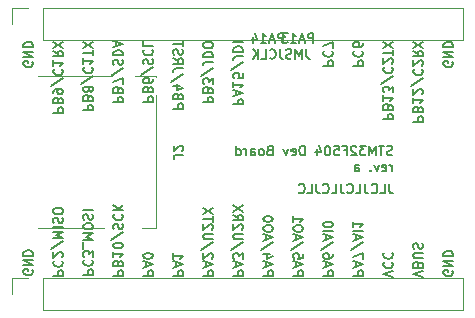
<source format=gbr>
%TF.GenerationSoftware,KiCad,Pcbnew,5.1.6+dfsg1-1*%
%TF.CreationDate,2020-06-20T18:18:21+08:00*%
%TF.ProjectId,stm32dev,73746d33-3264-4657-962e-6b696361645f,a*%
%TF.SameCoordinates,Original*%
%TF.FileFunction,Legend,Bot*%
%TF.FilePolarity,Positive*%
%FSLAX46Y46*%
G04 Gerber Fmt 4.6, Leading zero omitted, Abs format (unit mm)*
G04 Created by KiCad (PCBNEW 5.1.6+dfsg1-1) date 2020-06-20 18:18:21*
%MOMM*%
%LPD*%
G01*
G04 APERTURE LIST*
%ADD10C,0.150000*%
%ADD11C,0.120000*%
G04 APERTURE END LIST*
D10*
X167758452Y-99891904D02*
X167758452Y-100463333D01*
X167796547Y-100577619D01*
X167872738Y-100653809D01*
X167987023Y-100691904D01*
X168063214Y-100691904D01*
X166996547Y-100691904D02*
X167377500Y-100691904D01*
X167377500Y-99891904D01*
X166272738Y-100615714D02*
X166310833Y-100653809D01*
X166425119Y-100691904D01*
X166501309Y-100691904D01*
X166615595Y-100653809D01*
X166691785Y-100577619D01*
X166729880Y-100501428D01*
X166767976Y-100349047D01*
X166767976Y-100234761D01*
X166729880Y-100082380D01*
X166691785Y-100006190D01*
X166615595Y-99930000D01*
X166501309Y-99891904D01*
X166425119Y-99891904D01*
X166310833Y-99930000D01*
X166272738Y-99968095D01*
X165701309Y-99891904D02*
X165701309Y-100463333D01*
X165739404Y-100577619D01*
X165815595Y-100653809D01*
X165929880Y-100691904D01*
X166006071Y-100691904D01*
X164939404Y-100691904D02*
X165320357Y-100691904D01*
X165320357Y-99891904D01*
X164215595Y-100615714D02*
X164253690Y-100653809D01*
X164367976Y-100691904D01*
X164444166Y-100691904D01*
X164558452Y-100653809D01*
X164634642Y-100577619D01*
X164672738Y-100501428D01*
X164710833Y-100349047D01*
X164710833Y-100234761D01*
X164672738Y-100082380D01*
X164634642Y-100006190D01*
X164558452Y-99930000D01*
X164444166Y-99891904D01*
X164367976Y-99891904D01*
X164253690Y-99930000D01*
X164215595Y-99968095D01*
X163644166Y-99891904D02*
X163644166Y-100463333D01*
X163682261Y-100577619D01*
X163758452Y-100653809D01*
X163872738Y-100691904D01*
X163948928Y-100691904D01*
X162882261Y-100691904D02*
X163263214Y-100691904D01*
X163263214Y-99891904D01*
X162158452Y-100615714D02*
X162196547Y-100653809D01*
X162310833Y-100691904D01*
X162387023Y-100691904D01*
X162501309Y-100653809D01*
X162577500Y-100577619D01*
X162615595Y-100501428D01*
X162653690Y-100349047D01*
X162653690Y-100234761D01*
X162615595Y-100082380D01*
X162577500Y-100006190D01*
X162501309Y-99930000D01*
X162387023Y-99891904D01*
X162310833Y-99891904D01*
X162196547Y-99930000D01*
X162158452Y-99968095D01*
X161587023Y-99891904D02*
X161587023Y-100463333D01*
X161625119Y-100577619D01*
X161701309Y-100653809D01*
X161815595Y-100691904D01*
X161891785Y-100691904D01*
X160825119Y-100691904D02*
X161206071Y-100691904D01*
X161206071Y-99891904D01*
X160101309Y-100615714D02*
X160139404Y-100653809D01*
X160253690Y-100691904D01*
X160329880Y-100691904D01*
X160444166Y-100653809D01*
X160520357Y-100577619D01*
X160558452Y-100501428D01*
X160596547Y-100349047D01*
X160596547Y-100234761D01*
X160558452Y-100082380D01*
X160520357Y-100006190D01*
X160444166Y-99930000D01*
X160329880Y-99891904D01*
X160253690Y-99891904D01*
X160139404Y-99930000D01*
X160101309Y-99968095D01*
X168025119Y-97438809D02*
X167910833Y-97476904D01*
X167720357Y-97476904D01*
X167644166Y-97438809D01*
X167606071Y-97400714D01*
X167567976Y-97324523D01*
X167567976Y-97248333D01*
X167606071Y-97172142D01*
X167644166Y-97134047D01*
X167720357Y-97095952D01*
X167872738Y-97057857D01*
X167948928Y-97019761D01*
X167987023Y-96981666D01*
X168025119Y-96905476D01*
X168025119Y-96829285D01*
X167987023Y-96753095D01*
X167948928Y-96715000D01*
X167872738Y-96676904D01*
X167682261Y-96676904D01*
X167567976Y-96715000D01*
X167339404Y-96676904D02*
X166882261Y-96676904D01*
X167110833Y-97476904D02*
X167110833Y-96676904D01*
X166615595Y-97476904D02*
X166615595Y-96676904D01*
X166348928Y-97248333D01*
X166082261Y-96676904D01*
X166082261Y-97476904D01*
X165777500Y-96676904D02*
X165282261Y-96676904D01*
X165548928Y-96981666D01*
X165434642Y-96981666D01*
X165358452Y-97019761D01*
X165320357Y-97057857D01*
X165282261Y-97134047D01*
X165282261Y-97324523D01*
X165320357Y-97400714D01*
X165358452Y-97438809D01*
X165434642Y-97476904D01*
X165663214Y-97476904D01*
X165739404Y-97438809D01*
X165777500Y-97400714D01*
X164977500Y-96753095D02*
X164939404Y-96715000D01*
X164863214Y-96676904D01*
X164672738Y-96676904D01*
X164596547Y-96715000D01*
X164558452Y-96753095D01*
X164520357Y-96829285D01*
X164520357Y-96905476D01*
X164558452Y-97019761D01*
X165015595Y-97476904D01*
X164520357Y-97476904D01*
X163910833Y-97057857D02*
X164177500Y-97057857D01*
X164177500Y-97476904D02*
X164177500Y-96676904D01*
X163796547Y-96676904D01*
X163110833Y-96676904D02*
X163491785Y-96676904D01*
X163529880Y-97057857D01*
X163491785Y-97019761D01*
X163415595Y-96981666D01*
X163225119Y-96981666D01*
X163148928Y-97019761D01*
X163110833Y-97057857D01*
X163072738Y-97134047D01*
X163072738Y-97324523D01*
X163110833Y-97400714D01*
X163148928Y-97438809D01*
X163225119Y-97476904D01*
X163415595Y-97476904D01*
X163491785Y-97438809D01*
X163529880Y-97400714D01*
X162577500Y-96676904D02*
X162501309Y-96676904D01*
X162425119Y-96715000D01*
X162387023Y-96753095D01*
X162348928Y-96829285D01*
X162310833Y-96981666D01*
X162310833Y-97172142D01*
X162348928Y-97324523D01*
X162387023Y-97400714D01*
X162425119Y-97438809D01*
X162501309Y-97476904D01*
X162577500Y-97476904D01*
X162653690Y-97438809D01*
X162691785Y-97400714D01*
X162729880Y-97324523D01*
X162767976Y-97172142D01*
X162767976Y-96981666D01*
X162729880Y-96829285D01*
X162691785Y-96753095D01*
X162653690Y-96715000D01*
X162577500Y-96676904D01*
X161625119Y-96943571D02*
X161625119Y-97476904D01*
X161815595Y-96638809D02*
X162006071Y-97210238D01*
X161510833Y-97210238D01*
X160596547Y-97476904D02*
X160596547Y-96676904D01*
X160406071Y-96676904D01*
X160291785Y-96715000D01*
X160215595Y-96791190D01*
X160177500Y-96867380D01*
X160139404Y-97019761D01*
X160139404Y-97134047D01*
X160177500Y-97286428D01*
X160215595Y-97362619D01*
X160291785Y-97438809D01*
X160406071Y-97476904D01*
X160596547Y-97476904D01*
X159491785Y-97438809D02*
X159567976Y-97476904D01*
X159720357Y-97476904D01*
X159796547Y-97438809D01*
X159834642Y-97362619D01*
X159834642Y-97057857D01*
X159796547Y-96981666D01*
X159720357Y-96943571D01*
X159567976Y-96943571D01*
X159491785Y-96981666D01*
X159453690Y-97057857D01*
X159453690Y-97134047D01*
X159834642Y-97210238D01*
X159187023Y-96943571D02*
X158996547Y-97476904D01*
X158806071Y-96943571D01*
X157625119Y-97057857D02*
X157510833Y-97095952D01*
X157472738Y-97134047D01*
X157434642Y-97210238D01*
X157434642Y-97324523D01*
X157472738Y-97400714D01*
X157510833Y-97438809D01*
X157587023Y-97476904D01*
X157891785Y-97476904D01*
X157891785Y-96676904D01*
X157625119Y-96676904D01*
X157548928Y-96715000D01*
X157510833Y-96753095D01*
X157472738Y-96829285D01*
X157472738Y-96905476D01*
X157510833Y-96981666D01*
X157548928Y-97019761D01*
X157625119Y-97057857D01*
X157891785Y-97057857D01*
X156977500Y-97476904D02*
X157053690Y-97438809D01*
X157091785Y-97400714D01*
X157129880Y-97324523D01*
X157129880Y-97095952D01*
X157091785Y-97019761D01*
X157053690Y-96981666D01*
X156977500Y-96943571D01*
X156863214Y-96943571D01*
X156787023Y-96981666D01*
X156748928Y-97019761D01*
X156710833Y-97095952D01*
X156710833Y-97324523D01*
X156748928Y-97400714D01*
X156787023Y-97438809D01*
X156863214Y-97476904D01*
X156977500Y-97476904D01*
X156025119Y-97476904D02*
X156025119Y-97057857D01*
X156063214Y-96981666D01*
X156139404Y-96943571D01*
X156291785Y-96943571D01*
X156367976Y-96981666D01*
X156025119Y-97438809D02*
X156101309Y-97476904D01*
X156291785Y-97476904D01*
X156367976Y-97438809D01*
X156406071Y-97362619D01*
X156406071Y-97286428D01*
X156367976Y-97210238D01*
X156291785Y-97172142D01*
X156101309Y-97172142D01*
X156025119Y-97134047D01*
X155644166Y-97476904D02*
X155644166Y-96943571D01*
X155644166Y-97095952D02*
X155606071Y-97019761D01*
X155567976Y-96981666D01*
X155491785Y-96943571D01*
X155415595Y-96943571D01*
X154806071Y-97476904D02*
X154806071Y-96676904D01*
X154806071Y-97438809D02*
X154882261Y-97476904D01*
X155034642Y-97476904D01*
X155110833Y-97438809D01*
X155148928Y-97400714D01*
X155187023Y-97324523D01*
X155187023Y-97095952D01*
X155148928Y-97019761D01*
X155110833Y-96981666D01*
X155034642Y-96943571D01*
X154882261Y-96943571D01*
X154806071Y-96981666D01*
X167987023Y-98826904D02*
X167987023Y-98293571D01*
X167987023Y-98445952D02*
X167948928Y-98369761D01*
X167910833Y-98331666D01*
X167834642Y-98293571D01*
X167758452Y-98293571D01*
X167187023Y-98788809D02*
X167263214Y-98826904D01*
X167415595Y-98826904D01*
X167491785Y-98788809D01*
X167529880Y-98712619D01*
X167529880Y-98407857D01*
X167491785Y-98331666D01*
X167415595Y-98293571D01*
X167263214Y-98293571D01*
X167187023Y-98331666D01*
X167148928Y-98407857D01*
X167148928Y-98484047D01*
X167529880Y-98560238D01*
X166882261Y-98293571D02*
X166691785Y-98826904D01*
X166501309Y-98293571D01*
X166196547Y-98750714D02*
X166158452Y-98788809D01*
X166196547Y-98826904D01*
X166234642Y-98788809D01*
X166196547Y-98750714D01*
X166196547Y-98826904D01*
X164863214Y-98826904D02*
X164863214Y-98407857D01*
X164901309Y-98331666D01*
X164977500Y-98293571D01*
X165129880Y-98293571D01*
X165206071Y-98331666D01*
X164863214Y-98788809D02*
X164939404Y-98826904D01*
X165129880Y-98826904D01*
X165206071Y-98788809D01*
X165244166Y-98712619D01*
X165244166Y-98636428D01*
X165206071Y-98560238D01*
X165129880Y-98522142D01*
X164939404Y-98522142D01*
X164863214Y-98484047D01*
X137560000Y-89556071D02*
X137598095Y-89632261D01*
X137598095Y-89746547D01*
X137560000Y-89860833D01*
X137483809Y-89937023D01*
X137407619Y-89975119D01*
X137255238Y-90013214D01*
X137140952Y-90013214D01*
X136988571Y-89975119D01*
X136912380Y-89937023D01*
X136836190Y-89860833D01*
X136798095Y-89746547D01*
X136798095Y-89670357D01*
X136836190Y-89556071D01*
X136874285Y-89517976D01*
X137140952Y-89517976D01*
X137140952Y-89670357D01*
X136798095Y-89175119D02*
X137598095Y-89175119D01*
X136798095Y-88717976D01*
X137598095Y-88717976D01*
X136798095Y-88337023D02*
X137598095Y-88337023D01*
X137598095Y-88146547D01*
X137560000Y-88032261D01*
X137483809Y-87956071D01*
X137407619Y-87917976D01*
X137255238Y-87879880D01*
X137140952Y-87879880D01*
X136988571Y-87917976D01*
X136912380Y-87956071D01*
X136836190Y-88032261D01*
X136798095Y-88146547D01*
X136798095Y-88337023D01*
X139338095Y-93860833D02*
X140138095Y-93860833D01*
X140138095Y-93556071D01*
X140100000Y-93479880D01*
X140061904Y-93441785D01*
X139985714Y-93403690D01*
X139871428Y-93403690D01*
X139795238Y-93441785D01*
X139757142Y-93479880D01*
X139719047Y-93556071D01*
X139719047Y-93860833D01*
X139757142Y-92794166D02*
X139719047Y-92679880D01*
X139680952Y-92641785D01*
X139604761Y-92603690D01*
X139490476Y-92603690D01*
X139414285Y-92641785D01*
X139376190Y-92679880D01*
X139338095Y-92756071D01*
X139338095Y-93060833D01*
X140138095Y-93060833D01*
X140138095Y-92794166D01*
X140100000Y-92717976D01*
X140061904Y-92679880D01*
X139985714Y-92641785D01*
X139909523Y-92641785D01*
X139833333Y-92679880D01*
X139795238Y-92717976D01*
X139757142Y-92794166D01*
X139757142Y-93060833D01*
X139338095Y-92222738D02*
X139338095Y-92070357D01*
X139376190Y-91994166D01*
X139414285Y-91956071D01*
X139528571Y-91879880D01*
X139680952Y-91841785D01*
X139985714Y-91841785D01*
X140061904Y-91879880D01*
X140100000Y-91917976D01*
X140138095Y-91994166D01*
X140138095Y-92146547D01*
X140100000Y-92222738D01*
X140061904Y-92260833D01*
X139985714Y-92298928D01*
X139795238Y-92298928D01*
X139719047Y-92260833D01*
X139680952Y-92222738D01*
X139642857Y-92146547D01*
X139642857Y-91994166D01*
X139680952Y-91917976D01*
X139719047Y-91879880D01*
X139795238Y-91841785D01*
X140176190Y-90927500D02*
X139147619Y-91613214D01*
X139414285Y-90203690D02*
X139376190Y-90241785D01*
X139338095Y-90356071D01*
X139338095Y-90432261D01*
X139376190Y-90546547D01*
X139452380Y-90622738D01*
X139528571Y-90660833D01*
X139680952Y-90698928D01*
X139795238Y-90698928D01*
X139947619Y-90660833D01*
X140023809Y-90622738D01*
X140100000Y-90546547D01*
X140138095Y-90432261D01*
X140138095Y-90356071D01*
X140100000Y-90241785D01*
X140061904Y-90203690D01*
X139338095Y-89441785D02*
X139338095Y-89898928D01*
X139338095Y-89670357D02*
X140138095Y-89670357D01*
X140023809Y-89746547D01*
X139947619Y-89822738D01*
X139909523Y-89898928D01*
X139338095Y-88641785D02*
X139719047Y-88908452D01*
X139338095Y-89098928D02*
X140138095Y-89098928D01*
X140138095Y-88794166D01*
X140100000Y-88717976D01*
X140061904Y-88679880D01*
X139985714Y-88641785D01*
X139871428Y-88641785D01*
X139795238Y-88679880D01*
X139757142Y-88717976D01*
X139719047Y-88794166D01*
X139719047Y-89098928D01*
X140138095Y-88375119D02*
X139338095Y-87841785D01*
X140138095Y-87841785D02*
X139338095Y-88375119D01*
X141878095Y-93670357D02*
X142678095Y-93670357D01*
X142678095Y-93365595D01*
X142640000Y-93289404D01*
X142601904Y-93251309D01*
X142525714Y-93213214D01*
X142411428Y-93213214D01*
X142335238Y-93251309D01*
X142297142Y-93289404D01*
X142259047Y-93365595D01*
X142259047Y-93670357D01*
X142297142Y-92603690D02*
X142259047Y-92489404D01*
X142220952Y-92451309D01*
X142144761Y-92413214D01*
X142030476Y-92413214D01*
X141954285Y-92451309D01*
X141916190Y-92489404D01*
X141878095Y-92565595D01*
X141878095Y-92870357D01*
X142678095Y-92870357D01*
X142678095Y-92603690D01*
X142640000Y-92527500D01*
X142601904Y-92489404D01*
X142525714Y-92451309D01*
X142449523Y-92451309D01*
X142373333Y-92489404D01*
X142335238Y-92527500D01*
X142297142Y-92603690D01*
X142297142Y-92870357D01*
X142335238Y-91956071D02*
X142373333Y-92032261D01*
X142411428Y-92070357D01*
X142487619Y-92108452D01*
X142525714Y-92108452D01*
X142601904Y-92070357D01*
X142640000Y-92032261D01*
X142678095Y-91956071D01*
X142678095Y-91803690D01*
X142640000Y-91727500D01*
X142601904Y-91689404D01*
X142525714Y-91651309D01*
X142487619Y-91651309D01*
X142411428Y-91689404D01*
X142373333Y-91727500D01*
X142335238Y-91803690D01*
X142335238Y-91956071D01*
X142297142Y-92032261D01*
X142259047Y-92070357D01*
X142182857Y-92108452D01*
X142030476Y-92108452D01*
X141954285Y-92070357D01*
X141916190Y-92032261D01*
X141878095Y-91956071D01*
X141878095Y-91803690D01*
X141916190Y-91727500D01*
X141954285Y-91689404D01*
X142030476Y-91651309D01*
X142182857Y-91651309D01*
X142259047Y-91689404D01*
X142297142Y-91727500D01*
X142335238Y-91803690D01*
X142716190Y-90737023D02*
X141687619Y-91422738D01*
X141954285Y-90013214D02*
X141916190Y-90051309D01*
X141878095Y-90165595D01*
X141878095Y-90241785D01*
X141916190Y-90356071D01*
X141992380Y-90432261D01*
X142068571Y-90470357D01*
X142220952Y-90508452D01*
X142335238Y-90508452D01*
X142487619Y-90470357D01*
X142563809Y-90432261D01*
X142640000Y-90356071D01*
X142678095Y-90241785D01*
X142678095Y-90165595D01*
X142640000Y-90051309D01*
X142601904Y-90013214D01*
X141878095Y-89251309D02*
X141878095Y-89708452D01*
X141878095Y-89479880D02*
X142678095Y-89479880D01*
X142563809Y-89556071D01*
X142487619Y-89632261D01*
X142449523Y-89708452D01*
X142678095Y-89022738D02*
X142678095Y-88565595D01*
X141878095Y-88794166D02*
X142678095Y-88794166D01*
X142678095Y-88375119D02*
X141878095Y-87841785D01*
X142678095Y-87841785D02*
X141878095Y-88375119D01*
X144418095Y-92984642D02*
X145218095Y-92984642D01*
X145218095Y-92679880D01*
X145180000Y-92603690D01*
X145141904Y-92565595D01*
X145065714Y-92527500D01*
X144951428Y-92527500D01*
X144875238Y-92565595D01*
X144837142Y-92603690D01*
X144799047Y-92679880D01*
X144799047Y-92984642D01*
X144837142Y-91917976D02*
X144799047Y-91803690D01*
X144760952Y-91765595D01*
X144684761Y-91727500D01*
X144570476Y-91727500D01*
X144494285Y-91765595D01*
X144456190Y-91803690D01*
X144418095Y-91879880D01*
X144418095Y-92184642D01*
X145218095Y-92184642D01*
X145218095Y-91917976D01*
X145180000Y-91841785D01*
X145141904Y-91803690D01*
X145065714Y-91765595D01*
X144989523Y-91765595D01*
X144913333Y-91803690D01*
X144875238Y-91841785D01*
X144837142Y-91917976D01*
X144837142Y-92184642D01*
X145218095Y-91460833D02*
X145218095Y-90927500D01*
X144418095Y-91270357D01*
X145256190Y-90051309D02*
X144227619Y-90737023D01*
X144456190Y-89822738D02*
X144418095Y-89708452D01*
X144418095Y-89517976D01*
X144456190Y-89441785D01*
X144494285Y-89403690D01*
X144570476Y-89365595D01*
X144646666Y-89365595D01*
X144722857Y-89403690D01*
X144760952Y-89441785D01*
X144799047Y-89517976D01*
X144837142Y-89670357D01*
X144875238Y-89746547D01*
X144913333Y-89784642D01*
X144989523Y-89822738D01*
X145065714Y-89822738D01*
X145141904Y-89784642D01*
X145180000Y-89746547D01*
X145218095Y-89670357D01*
X145218095Y-89479880D01*
X145180000Y-89365595D01*
X144418095Y-89022738D02*
X145218095Y-89022738D01*
X145218095Y-88832261D01*
X145180000Y-88717976D01*
X145103809Y-88641785D01*
X145027619Y-88603690D01*
X144875238Y-88565595D01*
X144760952Y-88565595D01*
X144608571Y-88603690D01*
X144532380Y-88641785D01*
X144456190Y-88717976D01*
X144418095Y-88832261D01*
X144418095Y-89022738D01*
X144646666Y-88260833D02*
X144646666Y-87879880D01*
X144418095Y-88337023D02*
X145218095Y-88070357D01*
X144418095Y-87803690D01*
X146958095Y-92946547D02*
X147758095Y-92946547D01*
X147758095Y-92641785D01*
X147720000Y-92565595D01*
X147681904Y-92527500D01*
X147605714Y-92489404D01*
X147491428Y-92489404D01*
X147415238Y-92527500D01*
X147377142Y-92565595D01*
X147339047Y-92641785D01*
X147339047Y-92946547D01*
X147377142Y-91879880D02*
X147339047Y-91765595D01*
X147300952Y-91727500D01*
X147224761Y-91689404D01*
X147110476Y-91689404D01*
X147034285Y-91727500D01*
X146996190Y-91765595D01*
X146958095Y-91841785D01*
X146958095Y-92146547D01*
X147758095Y-92146547D01*
X147758095Y-91879880D01*
X147720000Y-91803690D01*
X147681904Y-91765595D01*
X147605714Y-91727500D01*
X147529523Y-91727500D01*
X147453333Y-91765595D01*
X147415238Y-91803690D01*
X147377142Y-91879880D01*
X147377142Y-92146547D01*
X147758095Y-91003690D02*
X147758095Y-91156071D01*
X147720000Y-91232261D01*
X147681904Y-91270357D01*
X147567619Y-91346547D01*
X147415238Y-91384642D01*
X147110476Y-91384642D01*
X147034285Y-91346547D01*
X146996190Y-91308452D01*
X146958095Y-91232261D01*
X146958095Y-91079880D01*
X146996190Y-91003690D01*
X147034285Y-90965595D01*
X147110476Y-90927500D01*
X147300952Y-90927500D01*
X147377142Y-90965595D01*
X147415238Y-91003690D01*
X147453333Y-91079880D01*
X147453333Y-91232261D01*
X147415238Y-91308452D01*
X147377142Y-91346547D01*
X147300952Y-91384642D01*
X147796190Y-90013214D02*
X146767619Y-90698928D01*
X146996190Y-89784642D02*
X146958095Y-89670357D01*
X146958095Y-89479880D01*
X146996190Y-89403690D01*
X147034285Y-89365595D01*
X147110476Y-89327500D01*
X147186666Y-89327500D01*
X147262857Y-89365595D01*
X147300952Y-89403690D01*
X147339047Y-89479880D01*
X147377142Y-89632261D01*
X147415238Y-89708452D01*
X147453333Y-89746547D01*
X147529523Y-89784642D01*
X147605714Y-89784642D01*
X147681904Y-89746547D01*
X147720000Y-89708452D01*
X147758095Y-89632261D01*
X147758095Y-89441785D01*
X147720000Y-89327500D01*
X147034285Y-88527500D02*
X146996190Y-88565595D01*
X146958095Y-88679880D01*
X146958095Y-88756071D01*
X146996190Y-88870357D01*
X147072380Y-88946547D01*
X147148571Y-88984642D01*
X147300952Y-89022738D01*
X147415238Y-89022738D01*
X147567619Y-88984642D01*
X147643809Y-88946547D01*
X147720000Y-88870357D01*
X147758095Y-88756071D01*
X147758095Y-88679880D01*
X147720000Y-88565595D01*
X147681904Y-88527500D01*
X146958095Y-87803690D02*
X146958095Y-88184642D01*
X147758095Y-88184642D01*
X149498095Y-93517976D02*
X150298095Y-93517976D01*
X150298095Y-93213214D01*
X150260000Y-93137023D01*
X150221904Y-93098928D01*
X150145714Y-93060833D01*
X150031428Y-93060833D01*
X149955238Y-93098928D01*
X149917142Y-93137023D01*
X149879047Y-93213214D01*
X149879047Y-93517976D01*
X149917142Y-92451309D02*
X149879047Y-92337023D01*
X149840952Y-92298928D01*
X149764761Y-92260833D01*
X149650476Y-92260833D01*
X149574285Y-92298928D01*
X149536190Y-92337023D01*
X149498095Y-92413214D01*
X149498095Y-92717976D01*
X150298095Y-92717976D01*
X150298095Y-92451309D01*
X150260000Y-92375119D01*
X150221904Y-92337023D01*
X150145714Y-92298928D01*
X150069523Y-92298928D01*
X149993333Y-92337023D01*
X149955238Y-92375119D01*
X149917142Y-92451309D01*
X149917142Y-92717976D01*
X150031428Y-91575119D02*
X149498095Y-91575119D01*
X150336190Y-91765595D02*
X149764761Y-91956071D01*
X149764761Y-91460833D01*
X150336190Y-90584642D02*
X149307619Y-91270357D01*
X150298095Y-90089404D02*
X149726666Y-90089404D01*
X149612380Y-90127500D01*
X149536190Y-90203690D01*
X149498095Y-90317976D01*
X149498095Y-90394166D01*
X149498095Y-89251309D02*
X149879047Y-89517976D01*
X149498095Y-89708452D02*
X150298095Y-89708452D01*
X150298095Y-89403690D01*
X150260000Y-89327500D01*
X150221904Y-89289404D01*
X150145714Y-89251309D01*
X150031428Y-89251309D01*
X149955238Y-89289404D01*
X149917142Y-89327500D01*
X149879047Y-89403690D01*
X149879047Y-89708452D01*
X149536190Y-88946547D02*
X149498095Y-88832261D01*
X149498095Y-88641785D01*
X149536190Y-88565595D01*
X149574285Y-88527500D01*
X149650476Y-88489404D01*
X149726666Y-88489404D01*
X149802857Y-88527500D01*
X149840952Y-88565595D01*
X149879047Y-88641785D01*
X149917142Y-88794166D01*
X149955238Y-88870357D01*
X149993333Y-88908452D01*
X150069523Y-88946547D01*
X150145714Y-88946547D01*
X150221904Y-88908452D01*
X150260000Y-88870357D01*
X150298095Y-88794166D01*
X150298095Y-88603690D01*
X150260000Y-88489404D01*
X150298095Y-88260833D02*
X150298095Y-87803690D01*
X149498095Y-88032261D02*
X150298095Y-88032261D01*
X152038095Y-92984642D02*
X152838095Y-92984642D01*
X152838095Y-92679880D01*
X152800000Y-92603690D01*
X152761904Y-92565595D01*
X152685714Y-92527500D01*
X152571428Y-92527500D01*
X152495238Y-92565595D01*
X152457142Y-92603690D01*
X152419047Y-92679880D01*
X152419047Y-92984642D01*
X152457142Y-91917976D02*
X152419047Y-91803690D01*
X152380952Y-91765595D01*
X152304761Y-91727500D01*
X152190476Y-91727500D01*
X152114285Y-91765595D01*
X152076190Y-91803690D01*
X152038095Y-91879880D01*
X152038095Y-92184642D01*
X152838095Y-92184642D01*
X152838095Y-91917976D01*
X152800000Y-91841785D01*
X152761904Y-91803690D01*
X152685714Y-91765595D01*
X152609523Y-91765595D01*
X152533333Y-91803690D01*
X152495238Y-91841785D01*
X152457142Y-91917976D01*
X152457142Y-92184642D01*
X152838095Y-91460833D02*
X152838095Y-90965595D01*
X152533333Y-91232261D01*
X152533333Y-91117976D01*
X152495238Y-91041785D01*
X152457142Y-91003690D01*
X152380952Y-90965595D01*
X152190476Y-90965595D01*
X152114285Y-91003690D01*
X152076190Y-91041785D01*
X152038095Y-91117976D01*
X152038095Y-91346547D01*
X152076190Y-91422738D01*
X152114285Y-91460833D01*
X152876190Y-90051309D02*
X151847619Y-90737023D01*
X152838095Y-89556071D02*
X152266666Y-89556071D01*
X152152380Y-89594166D01*
X152076190Y-89670357D01*
X152038095Y-89784642D01*
X152038095Y-89860833D01*
X152038095Y-89175119D02*
X152838095Y-89175119D01*
X152838095Y-88984642D01*
X152800000Y-88870357D01*
X152723809Y-88794166D01*
X152647619Y-88756071D01*
X152495238Y-88717976D01*
X152380952Y-88717976D01*
X152228571Y-88756071D01*
X152152380Y-88794166D01*
X152076190Y-88870357D01*
X152038095Y-88984642D01*
X152038095Y-89175119D01*
X152838095Y-88222738D02*
X152838095Y-88070357D01*
X152800000Y-87994166D01*
X152723809Y-87917976D01*
X152571428Y-87879880D01*
X152304761Y-87879880D01*
X152152380Y-87917976D01*
X152076190Y-87994166D01*
X152038095Y-88070357D01*
X152038095Y-88222738D01*
X152076190Y-88298928D01*
X152152380Y-88375119D01*
X152304761Y-88413214D01*
X152571428Y-88413214D01*
X152723809Y-88375119D01*
X152800000Y-88298928D01*
X152838095Y-88222738D01*
X154578095Y-93175119D02*
X155378095Y-93175119D01*
X155378095Y-92870357D01*
X155340000Y-92794166D01*
X155301904Y-92756071D01*
X155225714Y-92717976D01*
X155111428Y-92717976D01*
X155035238Y-92756071D01*
X154997142Y-92794166D01*
X154959047Y-92870357D01*
X154959047Y-93175119D01*
X154806666Y-92413214D02*
X154806666Y-92032261D01*
X154578095Y-92489404D02*
X155378095Y-92222738D01*
X154578095Y-91956071D01*
X154578095Y-91270357D02*
X154578095Y-91727500D01*
X154578095Y-91498928D02*
X155378095Y-91498928D01*
X155263809Y-91575119D01*
X155187619Y-91651309D01*
X155149523Y-91727500D01*
X155378095Y-90546547D02*
X155378095Y-90927500D01*
X154997142Y-90965595D01*
X155035238Y-90927500D01*
X155073333Y-90851309D01*
X155073333Y-90660833D01*
X155035238Y-90584642D01*
X154997142Y-90546547D01*
X154920952Y-90508452D01*
X154730476Y-90508452D01*
X154654285Y-90546547D01*
X154616190Y-90584642D01*
X154578095Y-90660833D01*
X154578095Y-90851309D01*
X154616190Y-90927500D01*
X154654285Y-90965595D01*
X155416190Y-89594166D02*
X154387619Y-90279880D01*
X155378095Y-89098928D02*
X154806666Y-89098928D01*
X154692380Y-89137023D01*
X154616190Y-89213214D01*
X154578095Y-89327500D01*
X154578095Y-89403690D01*
X154578095Y-88717976D02*
X155378095Y-88717976D01*
X155378095Y-88527500D01*
X155340000Y-88413214D01*
X155263809Y-88337023D01*
X155187619Y-88298928D01*
X155035238Y-88260833D01*
X154920952Y-88260833D01*
X154768571Y-88298928D01*
X154692380Y-88337023D01*
X154616190Y-88413214D01*
X154578095Y-88527500D01*
X154578095Y-88717976D01*
X154578095Y-87917976D02*
X155378095Y-87917976D01*
X158794285Y-87951904D02*
X158794285Y-87151904D01*
X158489523Y-87151904D01*
X158413333Y-87190000D01*
X158375238Y-87228095D01*
X158337142Y-87304285D01*
X158337142Y-87418571D01*
X158375238Y-87494761D01*
X158413333Y-87532857D01*
X158489523Y-87570952D01*
X158794285Y-87570952D01*
X158032380Y-87723333D02*
X157651428Y-87723333D01*
X158108571Y-87951904D02*
X157841904Y-87151904D01*
X157575238Y-87951904D01*
X156889523Y-87951904D02*
X157346666Y-87951904D01*
X157118095Y-87951904D02*
X157118095Y-87151904D01*
X157194285Y-87266190D01*
X157270476Y-87342380D01*
X157346666Y-87380476D01*
X156203809Y-87418571D02*
X156203809Y-87951904D01*
X156394285Y-87113809D02*
X156584761Y-87685238D01*
X156089523Y-87685238D01*
X158489523Y-88501904D02*
X158489523Y-89073333D01*
X158527619Y-89187619D01*
X158603809Y-89263809D01*
X158718095Y-89301904D01*
X158794285Y-89301904D01*
X157651428Y-89225714D02*
X157689523Y-89263809D01*
X157803809Y-89301904D01*
X157880000Y-89301904D01*
X157994285Y-89263809D01*
X158070476Y-89187619D01*
X158108571Y-89111428D01*
X158146666Y-88959047D01*
X158146666Y-88844761D01*
X158108571Y-88692380D01*
X158070476Y-88616190D01*
X157994285Y-88540000D01*
X157880000Y-88501904D01*
X157803809Y-88501904D01*
X157689523Y-88540000D01*
X157651428Y-88578095D01*
X156927619Y-89301904D02*
X157308571Y-89301904D01*
X157308571Y-88501904D01*
X156660952Y-89301904D02*
X156660952Y-88501904D01*
X156203809Y-89301904D02*
X156546666Y-88844761D01*
X156203809Y-88501904D02*
X156660952Y-88959047D01*
X161334285Y-87951904D02*
X161334285Y-87151904D01*
X161029523Y-87151904D01*
X160953333Y-87190000D01*
X160915238Y-87228095D01*
X160877142Y-87304285D01*
X160877142Y-87418571D01*
X160915238Y-87494761D01*
X160953333Y-87532857D01*
X161029523Y-87570952D01*
X161334285Y-87570952D01*
X160572380Y-87723333D02*
X160191428Y-87723333D01*
X160648571Y-87951904D02*
X160381904Y-87151904D01*
X160115238Y-87951904D01*
X159429523Y-87951904D02*
X159886666Y-87951904D01*
X159658095Y-87951904D02*
X159658095Y-87151904D01*
X159734285Y-87266190D01*
X159810476Y-87342380D01*
X159886666Y-87380476D01*
X159162857Y-87151904D02*
X158667619Y-87151904D01*
X158934285Y-87456666D01*
X158820000Y-87456666D01*
X158743809Y-87494761D01*
X158705714Y-87532857D01*
X158667619Y-87609047D01*
X158667619Y-87799523D01*
X158705714Y-87875714D01*
X158743809Y-87913809D01*
X158820000Y-87951904D01*
X159048571Y-87951904D01*
X159124761Y-87913809D01*
X159162857Y-87875714D01*
X160743809Y-88501904D02*
X160743809Y-89073333D01*
X160781904Y-89187619D01*
X160858095Y-89263809D01*
X160972380Y-89301904D01*
X161048571Y-89301904D01*
X160362857Y-89301904D02*
X160362857Y-88501904D01*
X160096190Y-89073333D01*
X159829523Y-88501904D01*
X159829523Y-89301904D01*
X159486666Y-89263809D02*
X159372380Y-89301904D01*
X159181904Y-89301904D01*
X159105714Y-89263809D01*
X159067619Y-89225714D01*
X159029523Y-89149523D01*
X159029523Y-89073333D01*
X159067619Y-88997142D01*
X159105714Y-88959047D01*
X159181904Y-88920952D01*
X159334285Y-88882857D01*
X159410476Y-88844761D01*
X159448571Y-88806666D01*
X159486666Y-88730476D01*
X159486666Y-88654285D01*
X159448571Y-88578095D01*
X159410476Y-88540000D01*
X159334285Y-88501904D01*
X159143809Y-88501904D01*
X159029523Y-88540000D01*
X162198095Y-89898928D02*
X162998095Y-89898928D01*
X162998095Y-89594166D01*
X162960000Y-89517976D01*
X162921904Y-89479880D01*
X162845714Y-89441785D01*
X162731428Y-89441785D01*
X162655238Y-89479880D01*
X162617142Y-89517976D01*
X162579047Y-89594166D01*
X162579047Y-89898928D01*
X162274285Y-88641785D02*
X162236190Y-88679880D01*
X162198095Y-88794166D01*
X162198095Y-88870357D01*
X162236190Y-88984642D01*
X162312380Y-89060833D01*
X162388571Y-89098928D01*
X162540952Y-89137023D01*
X162655238Y-89137023D01*
X162807619Y-89098928D01*
X162883809Y-89060833D01*
X162960000Y-88984642D01*
X162998095Y-88870357D01*
X162998095Y-88794166D01*
X162960000Y-88679880D01*
X162921904Y-88641785D01*
X162998095Y-88375119D02*
X162998095Y-87841785D01*
X162198095Y-88184642D01*
X164738095Y-89898928D02*
X165538095Y-89898928D01*
X165538095Y-89594166D01*
X165500000Y-89517976D01*
X165461904Y-89479880D01*
X165385714Y-89441785D01*
X165271428Y-89441785D01*
X165195238Y-89479880D01*
X165157142Y-89517976D01*
X165119047Y-89594166D01*
X165119047Y-89898928D01*
X164814285Y-88641785D02*
X164776190Y-88679880D01*
X164738095Y-88794166D01*
X164738095Y-88870357D01*
X164776190Y-88984642D01*
X164852380Y-89060833D01*
X164928571Y-89098928D01*
X165080952Y-89137023D01*
X165195238Y-89137023D01*
X165347619Y-89098928D01*
X165423809Y-89060833D01*
X165500000Y-88984642D01*
X165538095Y-88870357D01*
X165538095Y-88794166D01*
X165500000Y-88679880D01*
X165461904Y-88641785D01*
X165538095Y-87956071D02*
X165538095Y-88108452D01*
X165500000Y-88184642D01*
X165461904Y-88222738D01*
X165347619Y-88298928D01*
X165195238Y-88337023D01*
X164890476Y-88337023D01*
X164814285Y-88298928D01*
X164776190Y-88260833D01*
X164738095Y-88184642D01*
X164738095Y-88032261D01*
X164776190Y-87956071D01*
X164814285Y-87917976D01*
X164890476Y-87879880D01*
X165080952Y-87879880D01*
X165157142Y-87917976D01*
X165195238Y-87956071D01*
X165233333Y-88032261D01*
X165233333Y-88184642D01*
X165195238Y-88260833D01*
X165157142Y-88298928D01*
X165080952Y-88337023D01*
X167278095Y-94432261D02*
X168078095Y-94432261D01*
X168078095Y-94127500D01*
X168040000Y-94051309D01*
X168001904Y-94013214D01*
X167925714Y-93975119D01*
X167811428Y-93975119D01*
X167735238Y-94013214D01*
X167697142Y-94051309D01*
X167659047Y-94127500D01*
X167659047Y-94432261D01*
X167697142Y-93365595D02*
X167659047Y-93251309D01*
X167620952Y-93213214D01*
X167544761Y-93175119D01*
X167430476Y-93175119D01*
X167354285Y-93213214D01*
X167316190Y-93251309D01*
X167278095Y-93327500D01*
X167278095Y-93632261D01*
X168078095Y-93632261D01*
X168078095Y-93365595D01*
X168040000Y-93289404D01*
X168001904Y-93251309D01*
X167925714Y-93213214D01*
X167849523Y-93213214D01*
X167773333Y-93251309D01*
X167735238Y-93289404D01*
X167697142Y-93365595D01*
X167697142Y-93632261D01*
X167278095Y-92413214D02*
X167278095Y-92870357D01*
X167278095Y-92641785D02*
X168078095Y-92641785D01*
X167963809Y-92717976D01*
X167887619Y-92794166D01*
X167849523Y-92870357D01*
X168078095Y-92146547D02*
X168078095Y-91651309D01*
X167773333Y-91917976D01*
X167773333Y-91803690D01*
X167735238Y-91727500D01*
X167697142Y-91689404D01*
X167620952Y-91651309D01*
X167430476Y-91651309D01*
X167354285Y-91689404D01*
X167316190Y-91727500D01*
X167278095Y-91803690D01*
X167278095Y-92032261D01*
X167316190Y-92108452D01*
X167354285Y-92146547D01*
X168116190Y-90737023D02*
X167087619Y-91422738D01*
X167354285Y-90013214D02*
X167316190Y-90051309D01*
X167278095Y-90165595D01*
X167278095Y-90241785D01*
X167316190Y-90356071D01*
X167392380Y-90432261D01*
X167468571Y-90470357D01*
X167620952Y-90508452D01*
X167735238Y-90508452D01*
X167887619Y-90470357D01*
X167963809Y-90432261D01*
X168040000Y-90356071D01*
X168078095Y-90241785D01*
X168078095Y-90165595D01*
X168040000Y-90051309D01*
X168001904Y-90013214D01*
X168001904Y-89708452D02*
X168040000Y-89670357D01*
X168078095Y-89594166D01*
X168078095Y-89403690D01*
X168040000Y-89327500D01*
X168001904Y-89289404D01*
X167925714Y-89251309D01*
X167849523Y-89251309D01*
X167735238Y-89289404D01*
X167278095Y-89746547D01*
X167278095Y-89251309D01*
X168078095Y-89022738D02*
X168078095Y-88565595D01*
X167278095Y-88794166D02*
X168078095Y-88794166D01*
X168078095Y-88375119D02*
X167278095Y-87841785D01*
X168078095Y-87841785D02*
X167278095Y-88375119D01*
X169818095Y-94622738D02*
X170618095Y-94622738D01*
X170618095Y-94317976D01*
X170580000Y-94241785D01*
X170541904Y-94203690D01*
X170465714Y-94165595D01*
X170351428Y-94165595D01*
X170275238Y-94203690D01*
X170237142Y-94241785D01*
X170199047Y-94317976D01*
X170199047Y-94622738D01*
X170237142Y-93556071D02*
X170199047Y-93441785D01*
X170160952Y-93403690D01*
X170084761Y-93365595D01*
X169970476Y-93365595D01*
X169894285Y-93403690D01*
X169856190Y-93441785D01*
X169818095Y-93517976D01*
X169818095Y-93822738D01*
X170618095Y-93822738D01*
X170618095Y-93556071D01*
X170580000Y-93479880D01*
X170541904Y-93441785D01*
X170465714Y-93403690D01*
X170389523Y-93403690D01*
X170313333Y-93441785D01*
X170275238Y-93479880D01*
X170237142Y-93556071D01*
X170237142Y-93822738D01*
X169818095Y-92603690D02*
X169818095Y-93060833D01*
X169818095Y-92832261D02*
X170618095Y-92832261D01*
X170503809Y-92908452D01*
X170427619Y-92984642D01*
X170389523Y-93060833D01*
X170541904Y-92298928D02*
X170580000Y-92260833D01*
X170618095Y-92184642D01*
X170618095Y-91994166D01*
X170580000Y-91917976D01*
X170541904Y-91879880D01*
X170465714Y-91841785D01*
X170389523Y-91841785D01*
X170275238Y-91879880D01*
X169818095Y-92337023D01*
X169818095Y-91841785D01*
X170656190Y-90927500D02*
X169627619Y-91613214D01*
X169894285Y-90203690D02*
X169856190Y-90241785D01*
X169818095Y-90356071D01*
X169818095Y-90432261D01*
X169856190Y-90546547D01*
X169932380Y-90622738D01*
X170008571Y-90660833D01*
X170160952Y-90698928D01*
X170275238Y-90698928D01*
X170427619Y-90660833D01*
X170503809Y-90622738D01*
X170580000Y-90546547D01*
X170618095Y-90432261D01*
X170618095Y-90356071D01*
X170580000Y-90241785D01*
X170541904Y-90203690D01*
X170541904Y-89898928D02*
X170580000Y-89860833D01*
X170618095Y-89784642D01*
X170618095Y-89594166D01*
X170580000Y-89517976D01*
X170541904Y-89479880D01*
X170465714Y-89441785D01*
X170389523Y-89441785D01*
X170275238Y-89479880D01*
X169818095Y-89937023D01*
X169818095Y-89441785D01*
X169818095Y-88641785D02*
X170199047Y-88908452D01*
X169818095Y-89098928D02*
X170618095Y-89098928D01*
X170618095Y-88794166D01*
X170580000Y-88717976D01*
X170541904Y-88679880D01*
X170465714Y-88641785D01*
X170351428Y-88641785D01*
X170275238Y-88679880D01*
X170237142Y-88717976D01*
X170199047Y-88794166D01*
X170199047Y-89098928D01*
X170618095Y-88375119D02*
X169818095Y-87841785D01*
X170618095Y-87841785D02*
X169818095Y-88375119D01*
X173120000Y-89556071D02*
X173158095Y-89632261D01*
X173158095Y-89746547D01*
X173120000Y-89860833D01*
X173043809Y-89937023D01*
X172967619Y-89975119D01*
X172815238Y-90013214D01*
X172700952Y-90013214D01*
X172548571Y-89975119D01*
X172472380Y-89937023D01*
X172396190Y-89860833D01*
X172358095Y-89746547D01*
X172358095Y-89670357D01*
X172396190Y-89556071D01*
X172434285Y-89517976D01*
X172700952Y-89517976D01*
X172700952Y-89670357D01*
X172358095Y-89175119D02*
X173158095Y-89175119D01*
X172358095Y-88717976D01*
X173158095Y-88717976D01*
X172358095Y-88337023D02*
X173158095Y-88337023D01*
X173158095Y-88146547D01*
X173120000Y-88032261D01*
X173043809Y-87956071D01*
X172967619Y-87917976D01*
X172815238Y-87879880D01*
X172700952Y-87879880D01*
X172548571Y-87917976D01*
X172472380Y-87956071D01*
X172396190Y-88032261D01*
X172358095Y-88146547D01*
X172358095Y-88337023D01*
X152038095Y-107662023D02*
X152838095Y-107662023D01*
X152838095Y-107357261D01*
X152800000Y-107281071D01*
X152761904Y-107242976D01*
X152685714Y-107204880D01*
X152571428Y-107204880D01*
X152495238Y-107242976D01*
X152457142Y-107281071D01*
X152419047Y-107357261D01*
X152419047Y-107662023D01*
X152266666Y-106900119D02*
X152266666Y-106519166D01*
X152038095Y-106976309D02*
X152838095Y-106709642D01*
X152038095Y-106442976D01*
X152761904Y-106214404D02*
X152800000Y-106176309D01*
X152838095Y-106100119D01*
X152838095Y-105909642D01*
X152800000Y-105833452D01*
X152761904Y-105795357D01*
X152685714Y-105757261D01*
X152609523Y-105757261D01*
X152495238Y-105795357D01*
X152038095Y-106252500D01*
X152038095Y-105757261D01*
X152876190Y-104842976D02*
X151847619Y-105528690D01*
X152838095Y-104576309D02*
X152190476Y-104576309D01*
X152114285Y-104538214D01*
X152076190Y-104500119D01*
X152038095Y-104423928D01*
X152038095Y-104271547D01*
X152076190Y-104195357D01*
X152114285Y-104157261D01*
X152190476Y-104119166D01*
X152838095Y-104119166D01*
X152761904Y-103776309D02*
X152800000Y-103738214D01*
X152838095Y-103662023D01*
X152838095Y-103471547D01*
X152800000Y-103395357D01*
X152761904Y-103357261D01*
X152685714Y-103319166D01*
X152609523Y-103319166D01*
X152495238Y-103357261D01*
X152038095Y-103814404D01*
X152038095Y-103319166D01*
X152838095Y-103090595D02*
X152838095Y-102633452D01*
X152038095Y-102862023D02*
X152838095Y-102862023D01*
X152838095Y-102442976D02*
X152038095Y-101909642D01*
X152838095Y-101909642D02*
X152038095Y-102442976D01*
X149498095Y-107662023D02*
X150298095Y-107662023D01*
X150298095Y-107357261D01*
X150260000Y-107281071D01*
X150221904Y-107242976D01*
X150145714Y-107204880D01*
X150031428Y-107204880D01*
X149955238Y-107242976D01*
X149917142Y-107281071D01*
X149879047Y-107357261D01*
X149879047Y-107662023D01*
X149726666Y-106900119D02*
X149726666Y-106519166D01*
X149498095Y-106976309D02*
X150298095Y-106709642D01*
X149498095Y-106442976D01*
X149498095Y-105757261D02*
X149498095Y-106214404D01*
X149498095Y-105985833D02*
X150298095Y-105985833D01*
X150183809Y-106062023D01*
X150107619Y-106138214D01*
X150069523Y-106214404D01*
X146958095Y-107662023D02*
X147758095Y-107662023D01*
X147758095Y-107357261D01*
X147720000Y-107281071D01*
X147681904Y-107242976D01*
X147605714Y-107204880D01*
X147491428Y-107204880D01*
X147415238Y-107242976D01*
X147377142Y-107281071D01*
X147339047Y-107357261D01*
X147339047Y-107662023D01*
X147186666Y-106900119D02*
X147186666Y-106519166D01*
X146958095Y-106976309D02*
X147758095Y-106709642D01*
X146958095Y-106442976D01*
X147758095Y-106023928D02*
X147758095Y-105947738D01*
X147720000Y-105871547D01*
X147681904Y-105833452D01*
X147605714Y-105795357D01*
X147453333Y-105757261D01*
X147262857Y-105757261D01*
X147110476Y-105795357D01*
X147034285Y-105833452D01*
X146996190Y-105871547D01*
X146958095Y-105947738D01*
X146958095Y-106023928D01*
X146996190Y-106100119D01*
X147034285Y-106138214D01*
X147110476Y-106176309D01*
X147262857Y-106214404D01*
X147453333Y-106214404D01*
X147605714Y-106176309D01*
X147681904Y-106138214D01*
X147720000Y-106100119D01*
X147758095Y-106023928D01*
X144418095Y-107662023D02*
X145218095Y-107662023D01*
X145218095Y-107357261D01*
X145180000Y-107281071D01*
X145141904Y-107242976D01*
X145065714Y-107204880D01*
X144951428Y-107204880D01*
X144875238Y-107242976D01*
X144837142Y-107281071D01*
X144799047Y-107357261D01*
X144799047Y-107662023D01*
X144837142Y-106595357D02*
X144799047Y-106481071D01*
X144760952Y-106442976D01*
X144684761Y-106404880D01*
X144570476Y-106404880D01*
X144494285Y-106442976D01*
X144456190Y-106481071D01*
X144418095Y-106557261D01*
X144418095Y-106862023D01*
X145218095Y-106862023D01*
X145218095Y-106595357D01*
X145180000Y-106519166D01*
X145141904Y-106481071D01*
X145065714Y-106442976D01*
X144989523Y-106442976D01*
X144913333Y-106481071D01*
X144875238Y-106519166D01*
X144837142Y-106595357D01*
X144837142Y-106862023D01*
X144418095Y-105642976D02*
X144418095Y-106100119D01*
X144418095Y-105871547D02*
X145218095Y-105871547D01*
X145103809Y-105947738D01*
X145027619Y-106023928D01*
X144989523Y-106100119D01*
X145218095Y-105147738D02*
X145218095Y-105071547D01*
X145180000Y-104995357D01*
X145141904Y-104957261D01*
X145065714Y-104919166D01*
X144913333Y-104881071D01*
X144722857Y-104881071D01*
X144570476Y-104919166D01*
X144494285Y-104957261D01*
X144456190Y-104995357D01*
X144418095Y-105071547D01*
X144418095Y-105147738D01*
X144456190Y-105223928D01*
X144494285Y-105262023D01*
X144570476Y-105300119D01*
X144722857Y-105338214D01*
X144913333Y-105338214D01*
X145065714Y-105300119D01*
X145141904Y-105262023D01*
X145180000Y-105223928D01*
X145218095Y-105147738D01*
X145256190Y-103966785D02*
X144227619Y-104652500D01*
X144456190Y-103738214D02*
X144418095Y-103623928D01*
X144418095Y-103433452D01*
X144456190Y-103357261D01*
X144494285Y-103319166D01*
X144570476Y-103281071D01*
X144646666Y-103281071D01*
X144722857Y-103319166D01*
X144760952Y-103357261D01*
X144799047Y-103433452D01*
X144837142Y-103585833D01*
X144875238Y-103662023D01*
X144913333Y-103700119D01*
X144989523Y-103738214D01*
X145065714Y-103738214D01*
X145141904Y-103700119D01*
X145180000Y-103662023D01*
X145218095Y-103585833D01*
X145218095Y-103395357D01*
X145180000Y-103281071D01*
X144494285Y-102481071D02*
X144456190Y-102519166D01*
X144418095Y-102633452D01*
X144418095Y-102709642D01*
X144456190Y-102823928D01*
X144532380Y-102900119D01*
X144608571Y-102938214D01*
X144760952Y-102976309D01*
X144875238Y-102976309D01*
X145027619Y-102938214D01*
X145103809Y-102900119D01*
X145180000Y-102823928D01*
X145218095Y-102709642D01*
X145218095Y-102633452D01*
X145180000Y-102519166D01*
X145141904Y-102481071D01*
X144418095Y-102138214D02*
X145218095Y-102138214D01*
X144418095Y-101681071D02*
X144875238Y-102023928D01*
X145218095Y-101681071D02*
X144760952Y-102138214D01*
X141878095Y-107602023D02*
X142678095Y-107602023D01*
X142678095Y-107297261D01*
X142640000Y-107221071D01*
X142601904Y-107182976D01*
X142525714Y-107144880D01*
X142411428Y-107144880D01*
X142335238Y-107182976D01*
X142297142Y-107221071D01*
X142259047Y-107297261D01*
X142259047Y-107602023D01*
X141954285Y-106344880D02*
X141916190Y-106382976D01*
X141878095Y-106497261D01*
X141878095Y-106573452D01*
X141916190Y-106687738D01*
X141992380Y-106763928D01*
X142068571Y-106802023D01*
X142220952Y-106840119D01*
X142335238Y-106840119D01*
X142487619Y-106802023D01*
X142563809Y-106763928D01*
X142640000Y-106687738D01*
X142678095Y-106573452D01*
X142678095Y-106497261D01*
X142640000Y-106382976D01*
X142601904Y-106344880D01*
X142678095Y-106078214D02*
X142678095Y-105582976D01*
X142373333Y-105849642D01*
X142373333Y-105735357D01*
X142335238Y-105659166D01*
X142297142Y-105621071D01*
X142220952Y-105582976D01*
X142030476Y-105582976D01*
X141954285Y-105621071D01*
X141916190Y-105659166D01*
X141878095Y-105735357D01*
X141878095Y-105963928D01*
X141916190Y-106040119D01*
X141954285Y-106078214D01*
X141801904Y-105430595D02*
X141801904Y-104821071D01*
X141878095Y-104630595D02*
X142678095Y-104630595D01*
X142106666Y-104363928D01*
X142678095Y-104097261D01*
X141878095Y-104097261D01*
X142678095Y-103563928D02*
X142678095Y-103411547D01*
X142640000Y-103335357D01*
X142563809Y-103259166D01*
X142411428Y-103221071D01*
X142144761Y-103221071D01*
X141992380Y-103259166D01*
X141916190Y-103335357D01*
X141878095Y-103411547D01*
X141878095Y-103563928D01*
X141916190Y-103640119D01*
X141992380Y-103716309D01*
X142144761Y-103754404D01*
X142411428Y-103754404D01*
X142563809Y-103716309D01*
X142640000Y-103640119D01*
X142678095Y-103563928D01*
X141916190Y-102916309D02*
X141878095Y-102802023D01*
X141878095Y-102611547D01*
X141916190Y-102535357D01*
X141954285Y-102497261D01*
X142030476Y-102459166D01*
X142106666Y-102459166D01*
X142182857Y-102497261D01*
X142220952Y-102535357D01*
X142259047Y-102611547D01*
X142297142Y-102763928D01*
X142335238Y-102840119D01*
X142373333Y-102878214D01*
X142449523Y-102916309D01*
X142525714Y-102916309D01*
X142601904Y-102878214D01*
X142640000Y-102840119D01*
X142678095Y-102763928D01*
X142678095Y-102573452D01*
X142640000Y-102459166D01*
X141878095Y-102116309D02*
X142678095Y-102116309D01*
X137560000Y-107182976D02*
X137598095Y-107259166D01*
X137598095Y-107373452D01*
X137560000Y-107487738D01*
X137483809Y-107563928D01*
X137407619Y-107602023D01*
X137255238Y-107640119D01*
X137140952Y-107640119D01*
X136988571Y-107602023D01*
X136912380Y-107563928D01*
X136836190Y-107487738D01*
X136798095Y-107373452D01*
X136798095Y-107297261D01*
X136836190Y-107182976D01*
X136874285Y-107144880D01*
X137140952Y-107144880D01*
X137140952Y-107297261D01*
X136798095Y-106802023D02*
X137598095Y-106802023D01*
X136798095Y-106344880D01*
X137598095Y-106344880D01*
X136798095Y-105963928D02*
X137598095Y-105963928D01*
X137598095Y-105773452D01*
X137560000Y-105659166D01*
X137483809Y-105582976D01*
X137407619Y-105544880D01*
X137255238Y-105506785D01*
X137140952Y-105506785D01*
X136988571Y-105544880D01*
X136912380Y-105582976D01*
X136836190Y-105659166D01*
X136798095Y-105773452D01*
X136798095Y-105963928D01*
X139338095Y-107662023D02*
X140138095Y-107662023D01*
X140138095Y-107357261D01*
X140100000Y-107281071D01*
X140061904Y-107242976D01*
X139985714Y-107204880D01*
X139871428Y-107204880D01*
X139795238Y-107242976D01*
X139757142Y-107281071D01*
X139719047Y-107357261D01*
X139719047Y-107662023D01*
X139414285Y-106404880D02*
X139376190Y-106442976D01*
X139338095Y-106557261D01*
X139338095Y-106633452D01*
X139376190Y-106747738D01*
X139452380Y-106823928D01*
X139528571Y-106862023D01*
X139680952Y-106900119D01*
X139795238Y-106900119D01*
X139947619Y-106862023D01*
X140023809Y-106823928D01*
X140100000Y-106747738D01*
X140138095Y-106633452D01*
X140138095Y-106557261D01*
X140100000Y-106442976D01*
X140061904Y-106404880D01*
X140061904Y-106100119D02*
X140100000Y-106062023D01*
X140138095Y-105985833D01*
X140138095Y-105795357D01*
X140100000Y-105719166D01*
X140061904Y-105681071D01*
X139985714Y-105642976D01*
X139909523Y-105642976D01*
X139795238Y-105681071D01*
X139338095Y-106138214D01*
X139338095Y-105642976D01*
X140176190Y-104728690D02*
X139147619Y-105414404D01*
X139338095Y-104462023D02*
X140138095Y-104462023D01*
X139566666Y-104195357D01*
X140138095Y-103928690D01*
X139338095Y-103928690D01*
X139338095Y-103547738D02*
X140138095Y-103547738D01*
X139376190Y-103204880D02*
X139338095Y-103090595D01*
X139338095Y-102900119D01*
X139376190Y-102823928D01*
X139414285Y-102785833D01*
X139490476Y-102747738D01*
X139566666Y-102747738D01*
X139642857Y-102785833D01*
X139680952Y-102823928D01*
X139719047Y-102900119D01*
X139757142Y-103052500D01*
X139795238Y-103128690D01*
X139833333Y-103166785D01*
X139909523Y-103204880D01*
X139985714Y-103204880D01*
X140061904Y-103166785D01*
X140100000Y-103128690D01*
X140138095Y-103052500D01*
X140138095Y-102862023D01*
X140100000Y-102747738D01*
X140138095Y-102252500D02*
X140138095Y-102100119D01*
X140100000Y-102023928D01*
X140023809Y-101947738D01*
X139871428Y-101909642D01*
X139604761Y-101909642D01*
X139452380Y-101947738D01*
X139376190Y-102023928D01*
X139338095Y-102100119D01*
X139338095Y-102252500D01*
X139376190Y-102328690D01*
X139452380Y-102404880D01*
X139604761Y-102442976D01*
X139871428Y-102442976D01*
X140023809Y-102404880D01*
X140100000Y-102328690D01*
X140138095Y-102252500D01*
X154578095Y-107662023D02*
X155378095Y-107662023D01*
X155378095Y-107357261D01*
X155340000Y-107281071D01*
X155301904Y-107242976D01*
X155225714Y-107204880D01*
X155111428Y-107204880D01*
X155035238Y-107242976D01*
X154997142Y-107281071D01*
X154959047Y-107357261D01*
X154959047Y-107662023D01*
X154806666Y-106900119D02*
X154806666Y-106519166D01*
X154578095Y-106976309D02*
X155378095Y-106709642D01*
X154578095Y-106442976D01*
X155378095Y-106252500D02*
X155378095Y-105757261D01*
X155073333Y-106023928D01*
X155073333Y-105909642D01*
X155035238Y-105833452D01*
X154997142Y-105795357D01*
X154920952Y-105757261D01*
X154730476Y-105757261D01*
X154654285Y-105795357D01*
X154616190Y-105833452D01*
X154578095Y-105909642D01*
X154578095Y-106138214D01*
X154616190Y-106214404D01*
X154654285Y-106252500D01*
X155416190Y-104842976D02*
X154387619Y-105528690D01*
X155378095Y-104576309D02*
X154730476Y-104576309D01*
X154654285Y-104538214D01*
X154616190Y-104500119D01*
X154578095Y-104423928D01*
X154578095Y-104271547D01*
X154616190Y-104195357D01*
X154654285Y-104157261D01*
X154730476Y-104119166D01*
X155378095Y-104119166D01*
X155301904Y-103776309D02*
X155340000Y-103738214D01*
X155378095Y-103662023D01*
X155378095Y-103471547D01*
X155340000Y-103395357D01*
X155301904Y-103357261D01*
X155225714Y-103319166D01*
X155149523Y-103319166D01*
X155035238Y-103357261D01*
X154578095Y-103814404D01*
X154578095Y-103319166D01*
X154578095Y-102519166D02*
X154959047Y-102785833D01*
X154578095Y-102976309D02*
X155378095Y-102976309D01*
X155378095Y-102671547D01*
X155340000Y-102595357D01*
X155301904Y-102557261D01*
X155225714Y-102519166D01*
X155111428Y-102519166D01*
X155035238Y-102557261D01*
X154997142Y-102595357D01*
X154959047Y-102671547D01*
X154959047Y-102976309D01*
X155378095Y-102252500D02*
X154578095Y-101719166D01*
X155378095Y-101719166D02*
X154578095Y-102252500D01*
X157118095Y-107662023D02*
X157918095Y-107662023D01*
X157918095Y-107357261D01*
X157880000Y-107281071D01*
X157841904Y-107242976D01*
X157765714Y-107204880D01*
X157651428Y-107204880D01*
X157575238Y-107242976D01*
X157537142Y-107281071D01*
X157499047Y-107357261D01*
X157499047Y-107662023D01*
X157346666Y-106900119D02*
X157346666Y-106519166D01*
X157118095Y-106976309D02*
X157918095Y-106709642D01*
X157118095Y-106442976D01*
X157651428Y-105833452D02*
X157118095Y-105833452D01*
X157956190Y-106023928D02*
X157384761Y-106214404D01*
X157384761Y-105719166D01*
X157956190Y-104842976D02*
X156927619Y-105528690D01*
X157346666Y-104614404D02*
X157346666Y-104233452D01*
X157118095Y-104690595D02*
X157918095Y-104423928D01*
X157118095Y-104157261D01*
X157918095Y-103738214D02*
X157918095Y-103585833D01*
X157880000Y-103509642D01*
X157803809Y-103433452D01*
X157651428Y-103395357D01*
X157384761Y-103395357D01*
X157232380Y-103433452D01*
X157156190Y-103509642D01*
X157118095Y-103585833D01*
X157118095Y-103738214D01*
X157156190Y-103814404D01*
X157232380Y-103890595D01*
X157384761Y-103928690D01*
X157651428Y-103928690D01*
X157803809Y-103890595D01*
X157880000Y-103814404D01*
X157918095Y-103738214D01*
X157918095Y-102900119D02*
X157918095Y-102823928D01*
X157880000Y-102747738D01*
X157841904Y-102709642D01*
X157765714Y-102671547D01*
X157613333Y-102633452D01*
X157422857Y-102633452D01*
X157270476Y-102671547D01*
X157194285Y-102709642D01*
X157156190Y-102747738D01*
X157118095Y-102823928D01*
X157118095Y-102900119D01*
X157156190Y-102976309D01*
X157194285Y-103014404D01*
X157270476Y-103052500D01*
X157422857Y-103090595D01*
X157613333Y-103090595D01*
X157765714Y-103052500D01*
X157841904Y-103014404D01*
X157880000Y-102976309D01*
X157918095Y-102900119D01*
X159658095Y-107662023D02*
X160458095Y-107662023D01*
X160458095Y-107357261D01*
X160420000Y-107281071D01*
X160381904Y-107242976D01*
X160305714Y-107204880D01*
X160191428Y-107204880D01*
X160115238Y-107242976D01*
X160077142Y-107281071D01*
X160039047Y-107357261D01*
X160039047Y-107662023D01*
X159886666Y-106900119D02*
X159886666Y-106519166D01*
X159658095Y-106976309D02*
X160458095Y-106709642D01*
X159658095Y-106442976D01*
X160458095Y-105795357D02*
X160458095Y-106176309D01*
X160077142Y-106214404D01*
X160115238Y-106176309D01*
X160153333Y-106100119D01*
X160153333Y-105909642D01*
X160115238Y-105833452D01*
X160077142Y-105795357D01*
X160000952Y-105757261D01*
X159810476Y-105757261D01*
X159734285Y-105795357D01*
X159696190Y-105833452D01*
X159658095Y-105909642D01*
X159658095Y-106100119D01*
X159696190Y-106176309D01*
X159734285Y-106214404D01*
X160496190Y-104842976D02*
X159467619Y-105528690D01*
X159886666Y-104614404D02*
X159886666Y-104233452D01*
X159658095Y-104690595D02*
X160458095Y-104423928D01*
X159658095Y-104157261D01*
X160458095Y-103738214D02*
X160458095Y-103585833D01*
X160420000Y-103509642D01*
X160343809Y-103433452D01*
X160191428Y-103395357D01*
X159924761Y-103395357D01*
X159772380Y-103433452D01*
X159696190Y-103509642D01*
X159658095Y-103585833D01*
X159658095Y-103738214D01*
X159696190Y-103814404D01*
X159772380Y-103890595D01*
X159924761Y-103928690D01*
X160191428Y-103928690D01*
X160343809Y-103890595D01*
X160420000Y-103814404D01*
X160458095Y-103738214D01*
X159658095Y-102633452D02*
X159658095Y-103090595D01*
X159658095Y-102862023D02*
X160458095Y-102862023D01*
X160343809Y-102938214D01*
X160267619Y-103014404D01*
X160229523Y-103090595D01*
X162198095Y-107662023D02*
X162998095Y-107662023D01*
X162998095Y-107357261D01*
X162960000Y-107281071D01*
X162921904Y-107242976D01*
X162845714Y-107204880D01*
X162731428Y-107204880D01*
X162655238Y-107242976D01*
X162617142Y-107281071D01*
X162579047Y-107357261D01*
X162579047Y-107662023D01*
X162426666Y-106900119D02*
X162426666Y-106519166D01*
X162198095Y-106976309D02*
X162998095Y-106709642D01*
X162198095Y-106442976D01*
X162998095Y-105833452D02*
X162998095Y-105985833D01*
X162960000Y-106062023D01*
X162921904Y-106100119D01*
X162807619Y-106176309D01*
X162655238Y-106214404D01*
X162350476Y-106214404D01*
X162274285Y-106176309D01*
X162236190Y-106138214D01*
X162198095Y-106062023D01*
X162198095Y-105909642D01*
X162236190Y-105833452D01*
X162274285Y-105795357D01*
X162350476Y-105757261D01*
X162540952Y-105757261D01*
X162617142Y-105795357D01*
X162655238Y-105833452D01*
X162693333Y-105909642D01*
X162693333Y-106062023D01*
X162655238Y-106138214D01*
X162617142Y-106176309D01*
X162540952Y-106214404D01*
X163036190Y-104842976D02*
X162007619Y-105528690D01*
X162426666Y-104614404D02*
X162426666Y-104233452D01*
X162198095Y-104690595D02*
X162998095Y-104423928D01*
X162198095Y-104157261D01*
X162198095Y-103890595D02*
X162998095Y-103890595D01*
X162998095Y-103357261D02*
X162998095Y-103281071D01*
X162960000Y-103204880D01*
X162921904Y-103166785D01*
X162845714Y-103128690D01*
X162693333Y-103090595D01*
X162502857Y-103090595D01*
X162350476Y-103128690D01*
X162274285Y-103166785D01*
X162236190Y-103204880D01*
X162198095Y-103281071D01*
X162198095Y-103357261D01*
X162236190Y-103433452D01*
X162274285Y-103471547D01*
X162350476Y-103509642D01*
X162502857Y-103547738D01*
X162693333Y-103547738D01*
X162845714Y-103509642D01*
X162921904Y-103471547D01*
X162960000Y-103433452D01*
X162998095Y-103357261D01*
X164738095Y-107662023D02*
X165538095Y-107662023D01*
X165538095Y-107357261D01*
X165500000Y-107281071D01*
X165461904Y-107242976D01*
X165385714Y-107204880D01*
X165271428Y-107204880D01*
X165195238Y-107242976D01*
X165157142Y-107281071D01*
X165119047Y-107357261D01*
X165119047Y-107662023D01*
X164966666Y-106900119D02*
X164966666Y-106519166D01*
X164738095Y-106976309D02*
X165538095Y-106709642D01*
X164738095Y-106442976D01*
X165538095Y-106252500D02*
X165538095Y-105719166D01*
X164738095Y-106062023D01*
X165576190Y-104842976D02*
X164547619Y-105528690D01*
X164966666Y-104614404D02*
X164966666Y-104233452D01*
X164738095Y-104690595D02*
X165538095Y-104423928D01*
X164738095Y-104157261D01*
X164738095Y-103890595D02*
X165538095Y-103890595D01*
X164738095Y-103090595D02*
X164738095Y-103547738D01*
X164738095Y-103319166D02*
X165538095Y-103319166D01*
X165423809Y-103395357D01*
X165347619Y-103471547D01*
X165309523Y-103547738D01*
X168078095Y-107776309D02*
X167278095Y-107509642D01*
X168078095Y-107242976D01*
X167354285Y-106519166D02*
X167316190Y-106557261D01*
X167278095Y-106671547D01*
X167278095Y-106747738D01*
X167316190Y-106862023D01*
X167392380Y-106938214D01*
X167468571Y-106976309D01*
X167620952Y-107014404D01*
X167735238Y-107014404D01*
X167887619Y-106976309D01*
X167963809Y-106938214D01*
X168040000Y-106862023D01*
X168078095Y-106747738D01*
X168078095Y-106671547D01*
X168040000Y-106557261D01*
X168001904Y-106519166D01*
X167354285Y-105719166D02*
X167316190Y-105757261D01*
X167278095Y-105871547D01*
X167278095Y-105947738D01*
X167316190Y-106062023D01*
X167392380Y-106138214D01*
X167468571Y-106176309D01*
X167620952Y-106214404D01*
X167735238Y-106214404D01*
X167887619Y-106176309D01*
X167963809Y-106138214D01*
X168040000Y-106062023D01*
X168078095Y-105947738D01*
X168078095Y-105871547D01*
X168040000Y-105757261D01*
X168001904Y-105719166D01*
X170618095Y-107776309D02*
X169818095Y-107509642D01*
X170618095Y-107242976D01*
X170237142Y-106709642D02*
X170199047Y-106595357D01*
X170160952Y-106557261D01*
X170084761Y-106519166D01*
X169970476Y-106519166D01*
X169894285Y-106557261D01*
X169856190Y-106595357D01*
X169818095Y-106671547D01*
X169818095Y-106976309D01*
X170618095Y-106976309D01*
X170618095Y-106709642D01*
X170580000Y-106633452D01*
X170541904Y-106595357D01*
X170465714Y-106557261D01*
X170389523Y-106557261D01*
X170313333Y-106595357D01*
X170275238Y-106633452D01*
X170237142Y-106709642D01*
X170237142Y-106976309D01*
X170618095Y-106176309D02*
X169970476Y-106176309D01*
X169894285Y-106138214D01*
X169856190Y-106100119D01*
X169818095Y-106023928D01*
X169818095Y-105871547D01*
X169856190Y-105795357D01*
X169894285Y-105757261D01*
X169970476Y-105719166D01*
X170618095Y-105719166D01*
X169856190Y-105376309D02*
X169818095Y-105262023D01*
X169818095Y-105071547D01*
X169856190Y-104995357D01*
X169894285Y-104957261D01*
X169970476Y-104919166D01*
X170046666Y-104919166D01*
X170122857Y-104957261D01*
X170160952Y-104995357D01*
X170199047Y-105071547D01*
X170237142Y-105223928D01*
X170275238Y-105300119D01*
X170313333Y-105338214D01*
X170389523Y-105376309D01*
X170465714Y-105376309D01*
X170541904Y-105338214D01*
X170580000Y-105300119D01*
X170618095Y-105223928D01*
X170618095Y-105033452D01*
X170580000Y-104919166D01*
X173120000Y-107242976D02*
X173158095Y-107319166D01*
X173158095Y-107433452D01*
X173120000Y-107547738D01*
X173043809Y-107623928D01*
X172967619Y-107662023D01*
X172815238Y-107700119D01*
X172700952Y-107700119D01*
X172548571Y-107662023D01*
X172472380Y-107623928D01*
X172396190Y-107547738D01*
X172358095Y-107433452D01*
X172358095Y-107357261D01*
X172396190Y-107242976D01*
X172434285Y-107204880D01*
X172700952Y-107204880D01*
X172700952Y-107357261D01*
X172358095Y-106862023D02*
X173158095Y-106862023D01*
X172358095Y-106404880D01*
X173158095Y-106404880D01*
X172358095Y-106023928D02*
X173158095Y-106023928D01*
X173158095Y-105833452D01*
X173120000Y-105719166D01*
X173043809Y-105642976D01*
X172967619Y-105604880D01*
X172815238Y-105566785D01*
X172700952Y-105566785D01*
X172548571Y-105604880D01*
X172472380Y-105642976D01*
X172396190Y-105719166D01*
X172358095Y-105833452D01*
X172358095Y-106023928D01*
D11*
%TO.C,J2*%
X144315000Y-90720000D02*
X138015000Y-90720000D01*
X143615000Y-103590000D02*
X138015000Y-103590000D01*
X148025000Y-90720000D02*
X146215000Y-90720000D01*
X148025000Y-103590000D02*
X148025000Y-92330000D01*
X146865000Y-103590000D02*
X148025000Y-103590000D01*
X148025000Y-90830000D02*
X148025000Y-90720000D01*
%TO.C,J4*%
X174050000Y-85030000D02*
X174050000Y-87690000D01*
X138430000Y-85030000D02*
X174050000Y-85030000D01*
X138430000Y-87690000D02*
X174050000Y-87690000D01*
X138430000Y-85030000D02*
X138430000Y-87690000D01*
X137160000Y-85030000D02*
X135830000Y-85030000D01*
X135830000Y-85030000D02*
X135830000Y-86360000D01*
%TO.C,J3*%
X174050000Y-107890000D02*
X174050000Y-110550000D01*
X138430000Y-107890000D02*
X174050000Y-107890000D01*
X138430000Y-110550000D02*
X174050000Y-110550000D01*
X138430000Y-107890000D02*
X138430000Y-110550000D01*
X137160000Y-107890000D02*
X135830000Y-107890000D01*
X135830000Y-107890000D02*
X135830000Y-109220000D01*
%TO.C,J2*%
D10*
X150303095Y-97446666D02*
X149731666Y-97446666D01*
X149617380Y-97484761D01*
X149541190Y-97560952D01*
X149503095Y-97675238D01*
X149503095Y-97751428D01*
X150226904Y-97103809D02*
X150265000Y-97065714D01*
X150303095Y-96989523D01*
X150303095Y-96799047D01*
X150265000Y-96722857D01*
X150226904Y-96684761D01*
X150150714Y-96646666D01*
X150074523Y-96646666D01*
X149960238Y-96684761D01*
X149503095Y-97141904D01*
X149503095Y-96646666D01*
%TD*%
M02*

</source>
